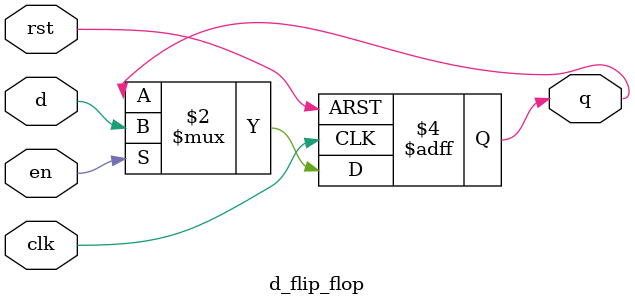
<source format=sv>
module d_flip_flop (
    input logic clk,    
    input logic rst,  
	 input logic en,
    input logic d,      
    output logic q      
);

    always_ff @(posedge clk or posedge rst) begin
        if (rst) begin
           q <= 1'b0;   
        end else if (en) begin
			  q <= d;
		end     
    end

endmodule
</source>
